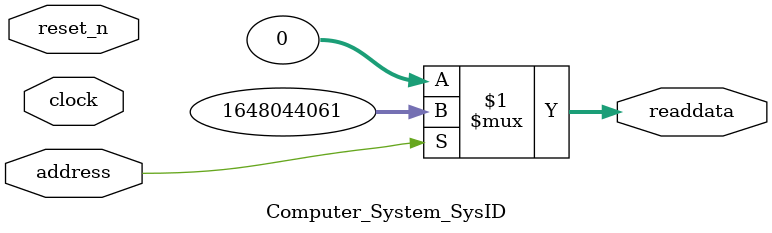
<source format=v>



// synthesis translate_off
`timescale 1ns / 1ps
// synthesis translate_on

// turn off superfluous verilog processor warnings 
// altera message_level Level1 
// altera message_off 10034 10035 10036 10037 10230 10240 10030 

module Computer_System_SysID (
               // inputs:
                address,
                clock,
                reset_n,

               // outputs:
                readdata
             )
;

  output  [ 31: 0] readdata;
  input            address;
  input            clock;
  input            reset_n;

  wire    [ 31: 0] readdata;
  //control_slave, which is an e_avalon_slave
  assign readdata = address ? 1648044061 : 0;

endmodule



</source>
